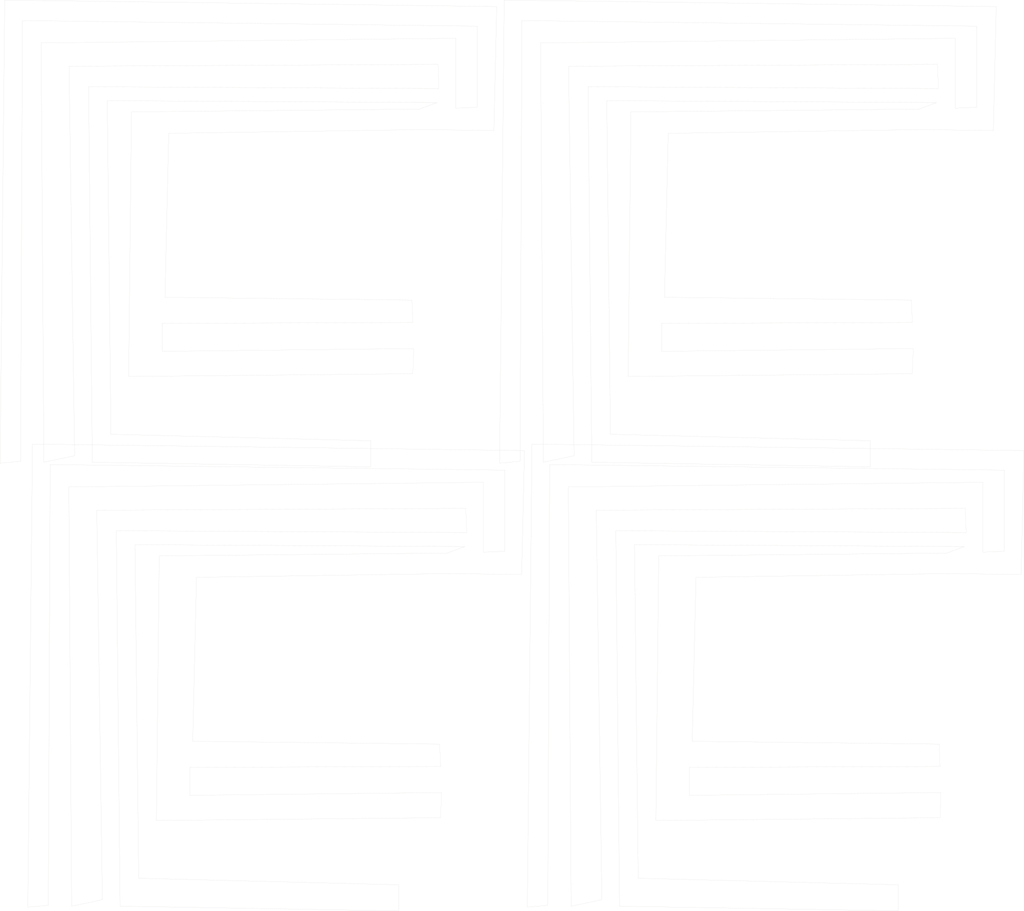
<source format=kicad_pcb>
(kicad_pcb (version 20221018) (generator pcbnew)

  (general
    (thickness 1.6)
  )

  (paper "A4")
  (layers
    (0 "F.Cu" signal)
    (31 "B.Cu" signal)
    (32 "B.Adhes" user "B.Adhesive")
    (33 "F.Adhes" user "F.Adhesive")
    (34 "B.Paste" user)
    (35 "F.Paste" user)
    (36 "B.SilkS" user "B.Silkscreen")
    (37 "F.SilkS" user "F.Silkscreen")
    (38 "B.Mask" user)
    (39 "F.Mask" user)
    (40 "Dwgs.User" user "User.Drawings")
    (41 "Cmts.User" user "User.Comments")
    (42 "Eco1.User" user "User.Eco1")
    (43 "Eco2.User" user "User.Eco2")
    (44 "Edge.Cuts" user)
    (45 "Margin" user)
    (46 "B.CrtYd" user "B.Courtyard")
    (47 "F.CrtYd" user "F.Courtyard")
    (48 "B.Fab" user)
    (49 "F.Fab" user)
    (50 "User.1" user)
    (51 "User.2" user)
    (52 "User.3" user)
    (53 "User.4" user)
    (54 "User.5" user)
    (55 "User.6" user)
    (56 "User.7" user)
    (57 "User.8" user)
    (58 "User.9" user)
  )

  (setup
    (stackup
      (layer "F.SilkS" (type "Top Silk Screen"))
      (layer "F.Paste" (type "Top Solder Paste"))
      (layer "F.Mask" (type "Top Solder Mask") (thickness 0.01))
      (layer "F.Cu" (type "copper") (thickness 0.035))
      (layer "dielectric 1" (type "core") (thickness 1.51) (material "FR4") (epsilon_r 4.5) (loss_tangent 0.02))
      (layer "B.Cu" (type "copper") (thickness 0.035))
      (layer "B.Mask" (type "Bottom Solder Mask") (thickness 0.01))
      (layer "B.Paste" (type "Bottom Solder Paste"))
      (layer "B.SilkS" (type "Bottom Silk Screen"))
      (layer "F.SilkS" (type "Top Silk Screen"))
      (layer "F.Paste" (type "Top Solder Paste"))
      (layer "F.Mask" (type "Top Solder Mask") (thickness 0.01))
      (layer "F.Cu" (type "copper") (thickness 0.035))
      (layer "dielectric 1" (type "core") (thickness 1.51) (material "FR4") (epsilon_r 4.5) (loss_tangent 0.02))
      (layer "B.Cu" (type "copper") (thickness 0.035))
      (layer "B.Mask" (type "Bottom Solder Mask") (thickness 0.01))
      (layer "B.Paste" (type "Bottom Solder Paste"))
      (layer "B.SilkS" (type "Bottom Silk Screen"))
      (layer "F.SilkS" (type "Top Silk Screen"))
      (layer "F.Paste" (type "Top Solder Paste"))
      (layer "F.Mask" (type "Top Solder Mask") (thickness 0.01))
      (layer "F.Cu" (type "copper") (thickness 0.035))
      (layer "dielectric 1" (type "core") (thickness 1.51) (material "FR4") (epsilon_r 4.5) (loss_tangent 0.02))
      (layer "B.Cu" (type "copper") (thickness 0.035))
      (layer "B.Mask" (type "Bottom Solder Mask") (thickness 0.01))
      (layer "B.Paste" (type "Bottom Solder Paste"))
      (layer "B.SilkS" (type "Bottom Silk Screen"))
      (layer "F.SilkS" (type "Top Silk Screen"))
      (layer "F.Paste" (type "Top Solder Paste"))
      (layer "F.Mask" (type "Top Solder Mask") (thickness 0.01))
      (layer "F.Cu" (type "copper") (thickness 0.035))
      (layer "dielectric 1" (type "core") (thickness 1.51) (material "FR4") (epsilon_r 4.5) (loss_tangent 0.02))
      (layer "B.Cu" (type "copper") (thickness 0.035))
      (layer "B.Mask" (type "Bottom Solder Mask") (thickness 0.01))
      (layer "B.Paste" (type "Bottom Solder Paste"))
      (layer "B.SilkS" (type "Bottom Silk Screen"))
      (copper_finish "None")
      (dielectric_constraints no)
    )
    (pad_to_mask_clearance 0)
    (pcbplotparams
      (layerselection 0x00010fc_ffffffff)
      (plot_on_all_layers_selection 0x0000000_00000000)
      (disableapertmacros false)
      (usegerberextensions false)
      (usegerberattributes true)
      (usegerberadvancedattributes true)
      (creategerberjobfile true)
      (dashed_line_dash_ratio 12.000000)
      (dashed_line_gap_ratio 3.000000)
      (svgprecision 4)
      (plotframeref false)
      (viasonmask false)
      (mode 1)
      (useauxorigin false)
      (hpglpennumber 1)
      (hpglpenspeed 20)
      (hpglpendiameter 15.000000)
      (dxfpolygonmode true)
      (dxfimperialunits true)
      (dxfusepcbnewfont true)
      (psnegative false)
      (psa4output false)
      (plotreference true)
      (plotvalue true)
      (plotinvisibletext false)
      (sketchpadsonfab false)
      (subtractmaskfromsilk false)
      (outputformat 1)
      (mirror false)
      (drillshape 1)
      (scaleselection 1)
      (outputdirectory "")
    )
  )

  (net 0 "")

  (gr_line (start 72.029937 209.26989) (end 163.019937 207.91989)
    (stroke (width 0.05) (type default)) (layer "Edge.Cuts") (tstamp 03d26d5a-be41-4090-b0a6-bad83fd52b7c))
  (gr_line (start 16.029937 16.69989) (end 17.039937 167.78989)
    (stroke (width 0.05) (type default)) (layer "Edge.Cuts") (tstamp 04b5a7a5-1ec7-4993-aab6-2927b0dc02e7))
  (gr_line (start 159.059937 24.41989) (end 159.399937 33.14989)
    (stroke (width 0.05) (type default)) (layer "Edge.Cuts") (tstamp 07efe405-9dd6-434c-83a7-6879eb7658e1))
  (gr_line (start 355.439937 200.19989) (end 355.439937 175.01989)
    (stroke (width 0.05) (type default)) (layer "Edge.Cuts") (tstamp 092de6cf-4741-487f-841f-a1b5f4afaca7))
  (gr_line (start 314.889937 160.06989) (end 221.209937 157.71989)
    (stroke (width 0.05) (type default)) (layer "Edge.Cuts") (tstamp 0a1ece10-59fe-4ed9-a8ec-7b198f2d1a08))
  (gr_line (start 330.329937 126.82989) (end 239.679937 127.82989)
    (stroke (width 0.05) (type default)) (layer "Edge.Cuts") (tstamp 0a54fbe6-406c-4d4d-b71b-f39ac7172984))
  (gr_line (start 159.999937 277.42989) (end 159.659937 269.36989)
    (stroke (width 0.05) (type default)) (layer "Edge.Cuts") (tstamp 0acce70b-bee2-4c76-87c2-251acc31edb6))
  (gr_line (start 39.869937 37.50989) (end 158.729937 38.18989)
    (stroke (width 0.05) (type default)) (layer "Edge.Cuts") (tstamp 0b7a9b47-42d8-4abc-961c-b4bd7e6daf00))
  (gr_line (start 237.589937 296.89989) (end 339.999937 295.88989)
    (stroke (width 0.05) (type default)) (layer "Edge.Cuts") (tstamp 0b9707b2-5b5e-4ccc-98cb-c2858de43056))
  (gr_line (start 329.999937 135.88989) (end 330.329937 126.82989)
    (stroke (width 0.05) (type default)) (layer "Edge.Cuts") (tstamp 0e9b136c-355a-4d22-bf52-aef105a87fb8))
  (gr_line (start 192.929937 161.24989) (end 191.249937 328.12989)
    (stroke (width 0.05) (type default)) (layer "Edge.Cuts") (tstamp 1055d467-3d6f-4899-a604-4f4623d64f65))
  (gr_line (start 60.679937 108.35989) (end 62.029937 49.26989)
    (stroke (width 0.05) (type default)) (layer "Edge.Cuts") (tstamp 127b474a-7bd2-4694-982e-a9cd5f72bebb))
  (gr_line (start 165.439937 40.19989) (end 165.439937 15.01989)
    (stroke (width 0.05) (type default)) (layer "Edge.Cuts") (tstamp 14443442-cb68-4d58-8881-81efc9797857))
  (gr_line (start 18.639937 327.44989) (end 19.309937 168.63989)
    (stroke (width 0.05) (type default)) (layer "Edge.Cuts") (tstamp 14ad93e2-f1cf-49e3-a853-4f492ffa2cb0))
  (gr_line (start 26.099937 25.08989) (end 159.059937 24.41989)
    (stroke (width 0.05) (type default)) (layer "Edge.Cuts") (tstamp 15984cca-a8f0-4552-9c3f-a1f634ccf75b))
  (gr_line (start 240.679937 108.35989) (end 242.029937 49.26989)
    (stroke (width 0.05) (type default)) (layer "Edge.Cuts") (tstamp 18f22c6b-1ddd-4bb6-bc89-fa0cdbad9791))
  (gr_line (start 188.639937 167.44989) (end 189.309937 8.63989)
    (stroke (width 0.05) (type default)) (layer "Edge.Cuts") (tstamp 1a981196-d17b-49d0-a39d-cd8d9d49be19))
  (gr_line (start 70.679937 268.35989) (end 72.029937 209.26989)
    (stroke (width 0.05) (type default)) (layer "Edge.Cuts") (tstamp 1b724d66-80dc-4484-88c3-05794aecb1f5))
  (gr_line (start 353.159937 39.85989) (end 345.439937 40.19989)
    (stroke (width 0.05) (type default)) (layer "Edge.Cuts") (tstamp 1e4c4556-13a4-4c02-a849-fff8c7ac24c1))
  (gr_line (start 324.889937 320.06989) (end 231.209937 317.71989)
    (stroke (width 0.05) (type default)) (layer "Edge.Cuts") (tstamp 1f2d623e-2a5a-4c3b-8cdc-0ec5eef25eb1))
  (gr_line (start 231.209937 317.71989) (end 229.869937 197.50989)
    (stroke (width 0.05) (type default)) (layer "Edge.Cuts") (tstamp 23ceea12-3b29-44e5-96ca-bb011dbc1a71))
  (gr_line (start 249.679937 277.75989) (end 339.999937 277.42989)
    (stroke (width 0.05) (type default)) (layer "Edge.Cuts") (tstamp 2453b9de-d542-463e-bd2d-be5f604727d1))
  (gr_line (start 339.059937 24.41989) (end 339.399937 33.14989)
    (stroke (width 0.05) (type default)) (layer "Edge.Cuts") (tstamp 2649f09d-1836-4c6c-a98a-4ef6d728b1d2))
  (gr_line (start 149.659937 109.36989) (end 60.679937 108.35989)
    (stroke (width 0.05) (type default)) (layer "Edge.Cuts") (tstamp 278ce25e-70b4-4009-89eb-137676107c7f))
  (gr_line (start 191.249937 328.12989) (end 198.639937 327.44989)
    (stroke (width 0.05) (type default)) (layer "Edge.Cuts") (tstamp 289f7dfd-d726-45be-a54a-d5cd2df111f6))
  (gr_line (start 221.209937 157.71989) (end 219.869937 37.50989)
    (stroke (width 0.05) (type default)) (layer "Edge.Cuts") (tstamp 29f6e503-9d89-48b3-9b5f-1bf34b319183))
  (gr_line (start 324.889937 329.46989) (end 324.889937 320.06989)
    (stroke (width 0.05) (type default)) (layer "Edge.Cuts") (tstamp 2bdd4ee0-0918-44ba-bcb2-cce41abe4965))
  (gr_line (start 207.039937 327.78989) (end 218.119937 325.43989)
    (stroke (width 0.05) (type default)) (layer "Edge.Cuts") (tstamp 2edac988-8c7a-47d6-94ab-cde4a49ecc65))
  (gr_line (start 175.439937 200.19989) (end 175.439937 175.01989)
    (stroke (width 0.05) (type default)) (layer "Edge.Cuts") (tstamp 309f6d67-8099-49af-a1e0-cfe411edb94a))
  (gr_line (start 57.589937 296.89989) (end 159.999937 295.88989)
    (stroke (width 0.05) (type default)) (layer "Edge.Cuts") (tstamp 33dffa84-2b35-4c0f-937f-6cc374aa0c5f))
  (gr_line (start 359.209937 48.25989) (end 360.219937 3.59989)
    (stroke (width 0.05) (type default)) (layer "Edge.Cuts") (tstamp 388df5ea-f6bd-4b39-8220-a289e68f8c6d))
  (gr_line (start 158.729937 38.18989) (end 152.349937 40.53989)
    (stroke (width 0.05) (type default)) (layer "Edge.Cuts") (tstamp 39e8c98c-50bb-44db-9b39-8b10f82f72c5))
  (gr_line (start 314.889937 169.46989) (end 314.889937 160.06989)
    (stroke (width 0.05) (type default)) (layer "Edge.Cuts") (tstamp 3f6b88eb-7b95-4bcc-b245-d3b63089e42e))
  (gr_line (start 183.159937 199.85989) (end 175.439937 200.19989)
    (stroke (width 0.05) (type default)) (layer "Edge.Cuts") (tstamp 4089e493-c544-462d-8893-a50f36188418))
  (gr_line (start 340.329937 286.82989) (end 249.679937 287.82989)
    (stroke (width 0.05) (type default)) (layer "Edge.Cuts") (tstamp 423cb489-09b5-4070-b016-2e4e61a5cb04))
  (gr_line (start 49.869937 197.50989) (end 168.729937 198.18989)
    (stroke (width 0.05) (type default)) (layer "Edge.Cuts") (tstamp 43be3ba5-fbc7-444b-b87e-489ffb1b0763))
  (gr_line (start 11.249937 328.12989) (end 18.639937 327.44989)
    (stroke (width 0.05) (type default)) (layer "Edge.Cuts") (tstamp 4547338f-491a-4cc4-af09-2c17b955d573))
  (gr_line (start 1.249937 168.12989) (end 8.639937 167.44989)
    (stroke (width 0.05) (type default)) (layer "Edge.Cuts") (tstamp 46296ebe-dc1b-4ad3-ba6b-208a944736b7))
  (gr_line (start 229.869937 197.50989) (end 348.729937 198.18989)
    (stroke (width 0.05) (type default)) (layer "Edge.Cuts") (tstamp 46471aa9-52b0-4327-aa33-03afe80727b3))
  (gr_line (start 44.489937 327.78989) (end 144.889937 329.46989)
    (stroke (width 0.05) (type default)) (layer "Edge.Cuts") (tstamp 48d4bfa2-f053-428f-bb93-c4c524025a21))
  (gr_line (start 214.489937 167.78989) (end 314.889937 169.46989)
    (stroke (width 0.05) (type default)) (layer "Edge.Cuts") (tstamp 492fe8d6-90ae-46d7-abfc-1663bdc06c61))
  (gr_line (start 8.639937 167.44989) (end 9.309937 8.63989)
    (stroke (width 0.05) (type default)) (layer "Edge.Cuts") (tstamp 4942519f-97d1-4618-b0dd-206ec2067b67))
  (gr_line (start 12.929937 161.24989) (end 11.249937 328.12989)
    (stroke (width 0.05) (type default)) (layer "Edge.Cuts") (tstamp 4ae240fe-4a6c-43a8-86cc-898bdef3d5c2))
  (gr_line (start 150.329937 126.82989) (end 59.679937 127.82989)
    (stroke (width 0.05) (type default)) (layer "Edge.Cuts") (tstamp 4b8bd9e4-08ed-45aa-8402-2b44d3defcf3))
  (gr_line (start 38.119937 325.43989) (end 36.099937 185.08989)
    (stroke (width 0.05) (type default)) (layer "Edge.Cuts") (tstamp 4c0b6b7f-0571-49d9-988a-fcb3b365c5a6))
  (gr_line (start 9.309937 8.63989) (end 173.159937 10.64989)
    (stroke (width 0.05) (type default)) (layer "Edge.Cuts") (tstamp 4f3749c4-5e84-4c38-8bed-d12a3d4c9779))
  (gr_line (start 159.659937 269.36989) (end 70.679937 268.35989)
    (stroke (width 0.05) (type default)) (layer "Edge.Cuts") (tstamp 52523de9-f34f-475b-bf83-5409dfb8ff06))
  (gr_line (start 152.349937 40.53989) (end 48.599937 41.53989)
    (stroke (width 0.05) (type default)) (layer "Edge.Cuts") (tstamp 52ce5ce7-10c1-4786-8c5d-bc513265181f))
  (gr_line (start 355.439937 175.01989) (end 206.029937 176.69989)
    (stroke (width 0.05) (type default)) (layer "Edge.Cuts") (tstamp 552652d4-a1b8-4520-89c8-001b984ab1b0))
  (gr_line (start 345.439937 15.01989) (end 196.029937 16.69989)
    (stroke (width 0.05) (type default)) (layer "Edge.Cuts") (tstamp 5527a7eb-4fae-4794-94c1-fe431c0b40f5))
  (gr_line (start 218.119937 325.43989) (end 216.099937 185.08989)
    (stroke (width 0.05) (type default)) (layer "Edge.Cuts") (tstamp 5712618d-e4fb-4cf2-afe0-a3ec25b5c145))
  (gr_line (start 338.729937 38.18989) (end 332.349937 40.53989)
    (stroke (width 0.05) (type default)) (layer "Edge.Cuts") (tstamp 57ab3372-4720-4d7f-bb8c-fae7337cfea8))
  (gr_line (start 28.119937 165.43989) (end 26.099937 25.08989)
    (stroke (width 0.05) (type default)) (layer "Edge.Cuts") (tstamp 5adc639a-d5a5-4b64-89a9-93a979e8b031))
  (gr_line (start 34.489937 167.78989) (end 134.889937 169.46989)
    (stroke (width 0.05) (type default)) (layer "Edge.Cuts") (tstamp 5b615a13-4dd5-4b09-a9f5-d0a74c4b9bee))
  (gr_line (start 163.019937 207.91989) (end 189.209937 208.25989)
    (stroke (width 0.05) (type default)) (layer "Edge.Cuts") (tstamp 5f1f8157-b1da-4c24-ad40-fdbd29575de8))
  (gr_line (start 339.399937 33.14989) (end 213.149937 32.47989)
    (stroke (width 0.05) (type default)) (layer "Edge.Cuts") (tstamp 5f99e8fb-68a9-47f3-a1ac-16719dca9600))
  (gr_line (start 342.349937 200.53989) (end 238.599937 201.53989)
    (stroke (width 0.05) (type default)) (layer "Edge.Cuts") (tstamp 5f9da4d6-6ef2-4596-a562-12bb58c1bb6b))
  (gr_line (start 348.729937 198.18989) (end 342.349937 200.53989)
    (stroke (width 0.05) (type default)) (layer "Edge.Cuts") (tstamp 60a7833c-9f39-4ef6-bbe6-3250fc031235))
  (gr_line (start 349.399937 193.14989) (end 223.149937 192.47989)
    (stroke (width 0.05) (type default)) (layer "Edge.Cuts") (tstamp 60e87151-1c33-4748-9b2d-936ebe76c877))
  (gr_line (start 223.149937 192.47989) (end 224.489937 327.78989)
    (stroke (width 0.05) (type default)) (layer "Edge.Cuts") (tstamp 65c9548e-b4da-4a2b-87b8-b90eaf9918af))
  (gr_line (start 169.399937 193.14989) (end 43.149937 192.47989)
    (stroke (width 0.05) (type default)) (layer "Edge.Cuts") (tstamp 668d293e-23bf-4793-a7be-5332835b98ef))
  (gr_line (start 153.019937 47.91989) (end 179.209937 48.25989)
    (stroke (width 0.05) (type default)) (layer "Edge.Cuts") (tstamp 67f1aa19-8bf7-4274-96cf-75d2f0c4923b))
  (gr_line (start 182.929937 1.24989) (end 181.249937 168.12989)
    (stroke (width 0.05) (type default)) (layer "Edge.Cuts") (tstamp 6a5c0b83-baca-408d-80f9-6b0623af3b20))
  (gr_line (start 59.679937 127.82989) (end 59.679937 117.75989)
    (stroke (width 0.05) (type default)) (layer "Edge.Cuts") (tstamp 70dc405a-0051-45f4-81e3-9832a9cb1b98))
  (gr_line (start 159.399937 33.14989) (end 33.149937 32.47989)
    (stroke (width 0.05) (type default)) (layer "Edge.Cuts") (tstamp 71e6d742-23d3-40ca-a60a-19d449af2eba))
  (gr_line (start 208.119937 165.43989) (end 206.099937 25.08989)
    (stroke (width 0.05) (type default)) (layer "Edge.Cuts") (tstamp 726442e5-ecee-400f-aeb0-0277c00bffd6))
  (gr_line (start 165.439937 15.01989) (end 16.029937 16.69989)
    (stroke (width 0.05) (type default)) (layer "Edge.Cuts") (tstamp 736326d5-0ff0-417d-890f-cee605a4f05e))
  (gr_line (start 189.209937 208.25989) (end 190.219937 163.59989)
    (stroke (width 0.05) (type default)) (layer "Edge.Cuts") (tstamp 7402fcc9-c674-4363-b359-ae2cd8a73507))
  (gr_line (start 339.659937 269.36989) (end 250.679937 268.35989)
    (stroke (width 0.05) (type default)) (layer "Edge.Cuts") (tstamp 7461fa74-97a9-4fac-9aeb-0e82486f2001))
  (gr_line (start 329.659937 109.36989) (end 240.679937 108.35989)
    (stroke (width 0.05) (type default)) (layer "Edge.Cuts") (tstamp 74e10da1-fe25-45f9-9877-d8ea78c75f7f))
  (gr_line (start 175.439937 175.01989) (end 26.029937 176.69989)
    (stroke (width 0.05) (type default)) (layer "Edge.Cuts") (tstamp 785117f7-9a49-42e8-a8b8-c5b662cf9ffb))
  (gr_line (start 41.209937 157.71989) (end 39.869937 37.50989)
    (stroke (width 0.05) (type default)) (layer "Edge.Cuts") (tstamp 7a1897e9-abe2-4e26-a07d-8caad50228bf))
  (gr_line (start 252.029937 209.26989) (end 343.019937 207.91989)
    (stroke (width 0.05) (type default)) (layer "Edge.Cuts") (tstamp 7bad4f01-af32-4d4a-a4db-17d763cf355c))
  (gr_line (start 17.039937 167.78989) (end 28.119937 165.43989)
    (stroke (width 0.05) (type default)) (layer "Edge.Cuts") (tstamp 7f600703-1544-40f7-99e9-cf9546d22072))
  (gr_line (start 2.929937 1.24989) (end 1.249937 168.12989)
    (stroke (width 0.05) (type default)) (layer "Edge.Cuts") (tstamp 814a5482-4442-46ba-a00c-9c6ae3ce25cb))
  (gr_line (start 228.599937 41.53989) (end 227.589937 136.89989)
    (stroke (width 0.05) (type default)) (layer "Edge.Cuts") (tstamp 83a82320-96f0-42da-bd03-eecb4a73c50b))
  (gr_line (start 206.099937 25.08989) (end 339.059937 24.41989)
    (stroke (width 0.05) (type default)) (layer "Edge.Cuts") (tstamp 83cf3cf3-d987-46d9-aa75-3a2589e02931))
  (gr_line (start 144.889937 329.46989) (end 144.889937 320.06989)
    (stroke (width 0.05) (type default)) (layer "Edge.Cuts") (tstamp 895208fe-234d-45f9-8abe-8654fcfe1ae9))
  (gr_line (start 369.209937 208.25989) (end 370.219937 163.59989)
    (stroke (width 0.05) (type default)) (layer "Edge.Cuts") (tstamp 9063390f-b8d7-4d86-95e0-87fa19886a84))
  (gr_line (start 239.679937 127.82989) (end 239.679937 117.75989)
    (stroke (width 0.05) (type default)) (layer "Edge.Cuts") (tstamp 9173af4a-ba21-4829-90cb-a3a54ba6d27b))
  (gr_line (start 363.159937 199.85989) (end 355.439937 200.19989)
    (stroke (width 0.05) (type default)) (layer "Edge.Cuts") (tstamp 91776d05-5bd4-4d90-8dd7-67890f708ef7))
  (gr_line (start 69.679937 277.75989) (end 159.999937 277.42989)
    (stroke (width 0.05) (type default)) (layer "Edge.Cuts") (tstamp 9364c7e7-74d8-43f2-afa3-8bbd51c618e9))
  (gr_line (start 160.329937 286.82989) (end 69.679937 287.82989)
    (stroke (width 0.05) (type default)) (layer "Edge.Cuts") (tstamp 975d26f4-7c6c-4a6d-ab6d-2ca2cdc5227f))
  (gr_line (start 159.999937 295.88989) (end 160.329937 286.82989)
    (stroke (width 0.05) (type default)) (layer "Edge.Cuts") (tstamp 98b79c26-6aa5-4a68-a683-5b5740103236))
  (gr_line (start 196.029937 16.69989) (end 197.039937 167.78989)
    (stroke (width 0.05) (type default)) (layer "Edge.Cuts") (tstamp 99b24f11-6789-4fa2-be05-78970e7354fb))
  (gr_line (start 134.889937 169.46989) (end 134.889937 160.06989)
    (stroke (width 0.05) (type default)) (layer "Edge.Cuts") (tstamp 9a69f348-75ba-48e1-94cd-b664eb882447))
  (gr_line (start 173.159937 39.85989) (end 165.439937 40.19989)
    (stroke (width 0.05) (type default)) (layer "Edge.Cuts") (tstamp 9a9b63e9-0ae3-4aa1-8610-23038d8bf5f8))
  (gr_line (start 27.039937 327.78989) (end 38.119937 325.43989)
    (stroke (width 0.05) (type default)) (layer "Edge.Cuts") (tstamp a15fb8c5-10fe-43e2-a0a5-c60bca0926f0))
  (gr_line (start 43.149937 192.47989) (end 44.489937 327.78989)
    (stroke (width 0.05) (type default)) (layer "Edge.Cuts") (tstamp a2121b3d-5a16-4a50-832c-bfe6185cee21))
  (gr_line (start 343.019937 207.91989) (end 369.209937 208.25989)
    (stroke (width 0.05) (type default)) (layer "Edge.Cuts") (tstamp a712cd35-db6e-4e21-a88c-b9b4d9fe4ca2))
  (gr_line (start 134.889937 160.06989) (end 41.209937 157.71989)
    (stroke (width 0.05) (type default)) (layer "Edge.Cuts") (tstamp a7b250f1-a729-469c-b032-47dc6a8b535f))
  (gr_line (start 197.039937 167.78989) (end 208.119937 165.43989)
    (stroke (width 0.05) (type default)) (layer "Edge.Cuts") (tstamp aa25b526-5269-469e-8cfb-d7b7a002446e))
  (gr_line (start 219.869937 37.50989) (end 338.729937 38.18989)
    (stroke (width 0.05) (type default)) (layer "Edge.Cuts") (tstamp ad8ddb00-27cc-49b8-a503-c9d204924645))
  (gr_line (start 353.159937 10.64989) (end 353.159937 39.85989)
    (stroke (width 0.05) (type default)) (layer "Edge.Cuts") (tstamp af49113a-f0b8-4d7a-a545-d90726871f77))
  (gr_line (start 239.679937 117.75989) (end 329.999937 117.42989)
    (stroke (width 0.05) (type default)) (layer "Edge.Cuts") (tstamp afdeacc8-89a3-4789-bf20-025f9122416f))
  (gr_line (start 47.589937 136.89989) (end 149.999937 135.88989)
    (stroke (width 0.05) (type default)) (layer "Edge.Cuts") (tstamp b180537d-68da-4d0f-81fb-2ed838ae342c))
  (gr_line (start 58.599937 201.53989) (end 57.589937 296.89989)
    (stroke (width 0.05) (type default)) (layer "Edge.Cuts") (tstamp b1c7f552-66b3-4baa-86d9-3739c788af25))
  (gr_line (start 349.059937 184.41989) (end 349.399937 193.14989)
    (stroke (width 0.05) (type default)) (layer "Edge.Cuts") (tstamp b334d474-8c9d-473e-8d04-745943e5fff7))
  (gr_line (start 69.679937 287.82989) (end 69.679937 277.75989)
    (stroke (width 0.05) (type default)) (layer "Edge.Cuts") (tstamp b475fa2c-0991-4fad-a86d-837c461c62f1))
  (gr_line (start 360.219937 3.59989) (end 182.929937 1.24989)
    (stroke (width 0.05) (type default)) (layer "Edge.Cuts") (tstamp b5afc2dd-c8e4-43e9-a580-3cf23175d423))
  (gr_line (start 36.099937 185.08989) (end 169.059937 184.41989)
    (stroke (width 0.05) (type default)) (layer "Edge.Cuts") (tstamp b62a1510-66c1-4130-88e0-06f3494cc236))
  (gr_line (start 199.309937 168.63989) (end 363.159937 170.64989)
    (stroke (width 0.05) (type default)) (layer "Edge.Cuts") (tstamp bc1c8779-554e-4426-a7f7-e65556bcc91e))
  (gr_line (start 181.249937 168.12989) (end 188.639937 167.44989)
    (stroke (width 0.05) (type default)) (layer "Edge.Cuts") (tstamp c106ff96-286e-487e-b494-386bc1388940))
  (gr_line (start 213.149937 32.47989) (end 214.489937 167.78989)
    (stroke (width 0.05) (type default)) (layer "Edge.Cuts") (tstamp c2386f75-a695-4d5d-ae25-0de7327ab885))
  (gr_line (start 173.159937 10.64989) (end 173.159937 39.85989)
    (stroke (width 0.05) (type default)) (layer "Edge.Cuts") (tstamp c37f5dce-9e28-4adc-b631-ed8b8467c0ee))
  (gr_line (start 51.209937 317.71989) (end 49.869937 197.50989)
    (stroke (width 0.05) (type default)) (layer "Edge.Cuts") (tstamp c42d796f-198a-4f60-9be9-b784b0ea536c))
  (gr_line (start 149.999937 117.42989) (end 149.659937 109.36989)
    (stroke (width 0.05) (type default)) (layer "Edge.Cuts") (tstamp c465be12-ae9a-4a9f-a131-22ea83018ede))
  (gr_line (start 168.729937 198.18989) (end 162.349937 200.53989)
    (stroke (width 0.05) (type default)) (layer "Edge.Cuts") (tstamp c567928e-247c-4831-88fa-375b3056ec57))
  (gr_line (start 189.309937 8.63989) (end 353.159937 10.64989)
    (stroke (width 0.05) (type default)) (layer "Edge.Cuts") (tstamp c5a3d09b-38f8-43ff-b593-0d1f7051bd59))
  (gr_line (start 198.639937 327.44989) (end 199.309937 168.63989)
    (stroke (width 0.05) (type default)) (layer "Edge.Cuts") (tstamp c60b3c10-7e06-4a3b-a76d-23372729e7c9))
  (gr_line (start 329.999937 117.42989) (end 329.659937 109.36989)
    (stroke (width 0.05) (type default)) (layer "Edge.Cuts") (tstamp c9366ff9-a3a5-4e7e-8b87-bc100fdaeaab))
  (gr_line (start 224.489937 327.78989) (end 324.889937 329.46989)
    (stroke (width 0.05) (type default)) (layer "Edge.Cuts") (tstamp cb7ee553-0289-4b28-9775-e35448759a39))
  (gr_line (start 162.349937 200.53989) (end 58.599937 201.53989)
    (stroke (width 0.05) (type default)) (layer "Edge.Cuts") (tstamp cb810a7d-67bb-4f15-8735-d83748fa9cf7))
  (gr_line (start 180.219937 3.59989) (end 2.929937 1.24989)
    (stroke (width 0.05) (type default)) (layer "Edge.Cuts") (tstamp cc5939ce-2a7e-4d50-be48-802b6bcad0a9))
  (gr_line (start 48.599937 41.53989) (end 47.589937 136.89989)
    (stroke (width 0.05) (type default)) (layer "Edge.Cuts") (tstamp cd55b5c9-ca81-475f-87f4-542b9ae72741))
  (gr_line (start 250.679937 268.35989) (end 252.029937 209.26989)
    (stroke (width 0.05) (type default)) (layer "Edge.Cuts") (tstamp cda6edf5-a2e1-4860-b98e-df078b1c8f47))
  (gr_line (start 19.309937 168.63989) (end 183.159937 170.64989)
    (stroke (width 0.05) (type default)) (layer "Edge.Cuts") (tstamp ceaf23ee-5662-418d-9292-0aa8d42cddc9))
  (gr_line (start 345.439937 40.19989) (end 345.439937 15.01989)
    (stroke (width 0.05) (type default)) (layer "Edge.Cuts") (tstamp d20cbf10-450d-421e-a678-bfed9c2b2904))
  (gr_line (start 206.029937 176.69989) (end 207.039937 327.78989)
    (stroke (width 0.05) (type default)) (layer "Edge.Cuts") (tstamp d2123589-014f-4753-bfaa-05b9ab5eb235))
  (gr_line (start 227.589937 136.89989) (end 329.999937 135.88989)
    (stroke (width 0.05) (type default)) (layer "Edge.Cuts") (tstamp d31d23dd-0a83-4d74-b1b8-6a62e4a9a058))
  (gr_line (start 333.019937 47.91989) (end 359.209937 48.25989)
    (stroke (width 0.05) (type default)) (layer "Edge.Cuts") (tstamp d6367f0b-59ea-4b59-b67a-503f7df58cd7))
  (gr_line (start 144.889937 320.06989) (end 51.209937 317.71989)
    (stroke (width 0.05) (type default)) (layer "Edge.Cuts") (tstamp d6bd688a-d460-459d-b307-7ae3a4efcc0d))
  (gr_line (start 149.999937 135.88989) (end 150.329937 126.82989)
    (stroke (width 0.05) (type default)) (layer "Edge.Cuts") (tstamp db3a9ffa-9f21-45f1-bb30-d3ce36a48870))
  (gr_line (start 26.029937 176.69989) (end 27.039937 327.78989)
    (stroke (width 0.05) (type default)) (layer "Edge.Cuts") (tstamp db71712f-970a-4180-9dc3-7fbcc573adb3))
  (gr_line (start 33.149937 32.47989) (end 34.489937 167.78989)
    (stroke (width 0.05) (type default)) (layer "Edge.Cuts") (tstamp db9b6a01-b112-4cd2-8d7e-13119ed5afe1))
  (gr_line (start 339.999937 277.42989) (end 339.659937 269.36989)
    (stroke (width 0.05) (type default)) (layer "Edge.Cuts") (tstamp dbcc3baf-5eb9-4292-aa58-0d3b19498691))
  (gr_line (start 169.059937 184.41989) (end 169.399937 193.14989)
    (stroke (width 0.05) (type default)) (layer "Edge.Cuts") (tstamp de29b416-94e6-4dab-905d-67fee7664b89))
  (gr_line (start 363.159937 170.64989) (end 363.159937 199.85989)
    (stroke (width 0.05) (type default)) (layer "Edge.Cuts") (tstamp e34a1594-3b90-4aa2-8e51-24c3ee8ddc43))
  (gr_line (start 249.679937 287.82989) (end 249.679937 277.75989)
    (stroke (width 0.05) (type default)) (layer "Edge.Cuts") (tstamp e4aea2ab-2d5e-4965-81de-4b97f1faa60d))
  (gr_line (start 339.999937 295.88989) (end 340.329937 286.82989)
    (stroke (width 0.05) (type default)) (layer "Edge.Cuts") (tstamp e5db3473-d87a-433f-829f-2a5b9d3ffb12))
  (gr_line (start 216.099937 185.08989) (end 349.059937 184.41989)
    (stroke (width 0.05) (type default)) (layer "Edge.Cuts") (tstamp e84625ea-ad72-4bd9-949b-88acfb588ae4))
  (gr_line (start 242.029937 49.26989) (end 333.019937 47.91989)
    (stroke (width 0.05) (type default)) (layer "Edge.Cuts") (tstamp f3c6df5f-db84-459e-a9ce-5569262d211c))
  (gr_line (start 62.029937 49.26989) (end 153.019937 47.91989)
    (stroke (width 0.05) (type default)) (layer "Edge.Cuts") (tstamp f3ef3b55-d284-4ecb-94be-4fd35e13a927))
  (gr_line (start 59.679937 117.75989) (end 149.999937 117.42989)
    (stroke (width 0.05) (type default)) (layer "Edge.Cuts") (tstamp f64c2f2c-4072-4913-bd6d-2aaa7b429e4c))
  (gr_line (start 183.159937 170.64989) (end 183.159937 199.85989)
    (stroke (width 0.05) (type default)) (layer "Edge.Cuts") (tstamp f6a6e1c7-ae28-4bbf-8f12-ed6b54810c92))
  (gr_line (start 370.219937 163.59989) (end 192.929937 161.24989)
    (stroke (width 0.05) (type default)) (layer "Edge.Cuts") (tstamp f72f758c-4f08-44b1-b3e9-796d04f6c037))
  (gr_line (start 332.349937 40.53989) (end 228.599937 41.53989)
    (stroke (width 0.05) (type default)) (layer "Edge.Cuts") (tstamp f99845f6-d3a0-43a5-bebe-8fcc97e81d7c))
  (gr_line (start 190.219937 163.59989) (end 12.929937 161.24989)
    (stroke (width 0.05) (type default)) (layer "Edge.Cuts") (tstamp faeaeb17-3158-4ea6-b479-3fe10d4667f2))
  (gr_line (start 179.209937 48.25989) (end 180.219937 3.59989)
    (stroke (width 0.05) (type default)) (layer "Edge.Cuts") (tstamp ff69ad7f-c93a-44ff-b452-c27b16b835d5))
  (gr_line (start 238.599937 201.53989) (end 237.589937 296.89989)
    (stroke (width 0.05) (type default)) (layer "Edge.Cuts") (tstamp ffe1106a-b20c-4ac2-af79-f520b9c7ea5c))

)

</source>
